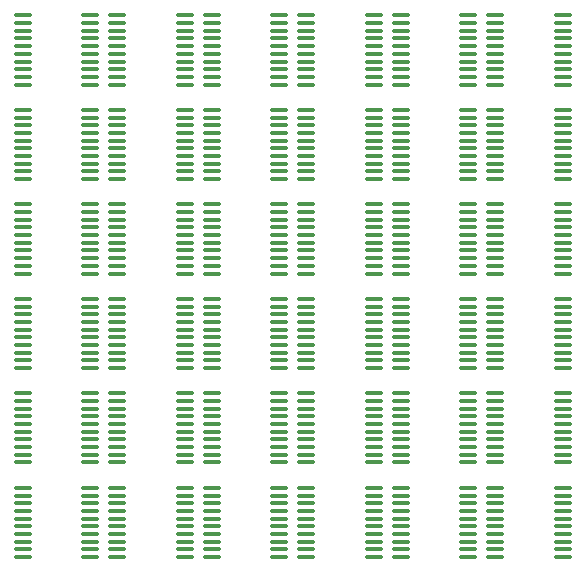
<source format=gbr>
%TF.GenerationSoftware,KiCad,Pcbnew,6.99.0-76368af7*%
%TF.CreationDate,2022-01-10T14:25:00+01:00*%
%TF.ProjectId,hc245t_bypass_esd-panel,68633234-3574-45f6-9279-706173735f65,rev?*%
%TF.SameCoordinates,Original*%
%TF.FileFunction,Soldermask,Bot*%
%TF.FilePolarity,Negative*%
%FSLAX46Y46*%
G04 Gerber Fmt 4.6, Leading zero omitted, Abs format (unit mm)*
G04 Created by KiCad (PCBNEW 6.99.0-76368af7) date 2022-01-10 14:25:00*
%MOMM*%
%LPD*%
G01*
G04 APERTURE LIST*
G04 Aperture macros list*
%AMRoundRect*
0 Rectangle with rounded corners*
0 $1 Rounding radius*
0 $2 $3 $4 $5 $6 $7 $8 $9 X,Y pos of 4 corners*
0 Add a 4 corners polygon primitive as box body*
4,1,4,$2,$3,$4,$5,$6,$7,$8,$9,$2,$3,0*
0 Add four circle primitives for the rounded corners*
1,1,$1+$1,$2,$3*
1,1,$1+$1,$4,$5*
1,1,$1+$1,$6,$7*
1,1,$1+$1,$8,$9*
0 Add four rect primitives between the rounded corners*
20,1,$1+$1,$2,$3,$4,$5,0*
20,1,$1+$1,$4,$5,$6,$7,0*
20,1,$1+$1,$6,$7,$8,$9,0*
20,1,$1+$1,$8,$9,$2,$3,0*%
G04 Aperture macros list end*
%ADD10RoundRect,0.100000X-0.637500X-0.100000X0.637500X-0.100000X0.637500X0.100000X-0.637500X0.100000X0*%
G04 APERTURE END LIST*
D10*
%TO.C,J1*%
X157137500Y-95075000D03*
X157137500Y-95725000D03*
X157137500Y-96375000D03*
X157137500Y-97025000D03*
X157137500Y-97675000D03*
X157137500Y-98325000D03*
X157137500Y-98975000D03*
X157137500Y-99625000D03*
X157137500Y-100275000D03*
X157137500Y-100925000D03*
X162862500Y-100925000D03*
X162862500Y-100275000D03*
X162862500Y-99625000D03*
X162862500Y-98975000D03*
X162862500Y-98325000D03*
X162862500Y-97675000D03*
X162862500Y-97025000D03*
X162862500Y-96375000D03*
X162862500Y-95725000D03*
X162862500Y-95075000D03*
%TD*%
%TO.C,J1*%
X133137500Y-103075000D03*
X133137500Y-103725000D03*
X133137500Y-104375000D03*
X133137500Y-105025000D03*
X133137500Y-105675000D03*
X133137500Y-106325000D03*
X133137500Y-106975000D03*
X133137500Y-107625000D03*
X133137500Y-108275000D03*
X133137500Y-108925000D03*
X138862500Y-108925000D03*
X138862500Y-108275000D03*
X138862500Y-107625000D03*
X138862500Y-106975000D03*
X138862500Y-106325000D03*
X138862500Y-105675000D03*
X138862500Y-105025000D03*
X138862500Y-104375000D03*
X138862500Y-103725000D03*
X138862500Y-103075000D03*
%TD*%
%TO.C,J1*%
X125137500Y-119075000D03*
X125137500Y-119725000D03*
X125137500Y-120375000D03*
X125137500Y-121025000D03*
X125137500Y-121675000D03*
X125137500Y-122325000D03*
X125137500Y-122975000D03*
X125137500Y-123625000D03*
X125137500Y-124275000D03*
X125137500Y-124925000D03*
X130862500Y-124925000D03*
X130862500Y-124275000D03*
X130862500Y-123625000D03*
X130862500Y-122975000D03*
X130862500Y-122325000D03*
X130862500Y-121675000D03*
X130862500Y-121025000D03*
X130862500Y-120375000D03*
X130862500Y-119725000D03*
X130862500Y-119075000D03*
%TD*%
%TO.C,J1*%
X141137500Y-127075000D03*
X141137500Y-127725000D03*
X141137500Y-128375000D03*
X141137500Y-129025000D03*
X141137500Y-129675000D03*
X141137500Y-130325000D03*
X141137500Y-130975000D03*
X141137500Y-131625000D03*
X141137500Y-132275000D03*
X141137500Y-132925000D03*
X146862500Y-132925000D03*
X146862500Y-132275000D03*
X146862500Y-131625000D03*
X146862500Y-130975000D03*
X146862500Y-130325000D03*
X146862500Y-129675000D03*
X146862500Y-129025000D03*
X146862500Y-128375000D03*
X146862500Y-127725000D03*
X146862500Y-127075000D03*
%TD*%
%TO.C,J1*%
X157137500Y-127075000D03*
X157137500Y-127725000D03*
X157137500Y-128375000D03*
X157137500Y-129025000D03*
X157137500Y-129675000D03*
X157137500Y-130325000D03*
X157137500Y-130975000D03*
X157137500Y-131625000D03*
X157137500Y-132275000D03*
X157137500Y-132925000D03*
X162862500Y-132925000D03*
X162862500Y-132275000D03*
X162862500Y-131625000D03*
X162862500Y-130975000D03*
X162862500Y-130325000D03*
X162862500Y-129675000D03*
X162862500Y-129025000D03*
X162862500Y-128375000D03*
X162862500Y-127725000D03*
X162862500Y-127075000D03*
%TD*%
%TO.C,J1*%
X125137500Y-87075000D03*
X125137500Y-87725000D03*
X125137500Y-88375000D03*
X125137500Y-89025000D03*
X125137500Y-89675000D03*
X125137500Y-90325000D03*
X125137500Y-90975000D03*
X125137500Y-91625000D03*
X125137500Y-92275000D03*
X125137500Y-92925000D03*
X130862500Y-92925000D03*
X130862500Y-92275000D03*
X130862500Y-91625000D03*
X130862500Y-90975000D03*
X130862500Y-90325000D03*
X130862500Y-89675000D03*
X130862500Y-89025000D03*
X130862500Y-88375000D03*
X130862500Y-87725000D03*
X130862500Y-87075000D03*
%TD*%
%TO.C,J1*%
X133137500Y-87075000D03*
X133137500Y-87725000D03*
X133137500Y-88375000D03*
X133137500Y-89025000D03*
X133137500Y-89675000D03*
X133137500Y-90325000D03*
X133137500Y-90975000D03*
X133137500Y-91625000D03*
X133137500Y-92275000D03*
X133137500Y-92925000D03*
X138862500Y-92925000D03*
X138862500Y-92275000D03*
X138862500Y-91625000D03*
X138862500Y-90975000D03*
X138862500Y-90325000D03*
X138862500Y-89675000D03*
X138862500Y-89025000D03*
X138862500Y-88375000D03*
X138862500Y-87725000D03*
X138862500Y-87075000D03*
%TD*%
%TO.C,J1*%
X117137500Y-111075000D03*
X117137500Y-111725000D03*
X117137500Y-112375000D03*
X117137500Y-113025000D03*
X117137500Y-113675000D03*
X117137500Y-114325000D03*
X117137500Y-114975000D03*
X117137500Y-115625000D03*
X117137500Y-116275000D03*
X117137500Y-116925000D03*
X122862500Y-116925000D03*
X122862500Y-116275000D03*
X122862500Y-115625000D03*
X122862500Y-114975000D03*
X122862500Y-114325000D03*
X122862500Y-113675000D03*
X122862500Y-113025000D03*
X122862500Y-112375000D03*
X122862500Y-111725000D03*
X122862500Y-111075000D03*
%TD*%
%TO.C,J1*%
X141137500Y-119075000D03*
X141137500Y-119725000D03*
X141137500Y-120375000D03*
X141137500Y-121025000D03*
X141137500Y-121675000D03*
X141137500Y-122325000D03*
X141137500Y-122975000D03*
X141137500Y-123625000D03*
X141137500Y-124275000D03*
X141137500Y-124925000D03*
X146862500Y-124925000D03*
X146862500Y-124275000D03*
X146862500Y-123625000D03*
X146862500Y-122975000D03*
X146862500Y-122325000D03*
X146862500Y-121675000D03*
X146862500Y-121025000D03*
X146862500Y-120375000D03*
X146862500Y-119725000D03*
X146862500Y-119075000D03*
%TD*%
%TO.C,J1*%
X117137500Y-87075000D03*
X117137500Y-87725000D03*
X117137500Y-88375000D03*
X117137500Y-89025000D03*
X117137500Y-89675000D03*
X117137500Y-90325000D03*
X117137500Y-90975000D03*
X117137500Y-91625000D03*
X117137500Y-92275000D03*
X117137500Y-92925000D03*
X122862500Y-92925000D03*
X122862500Y-92275000D03*
X122862500Y-91625000D03*
X122862500Y-90975000D03*
X122862500Y-90325000D03*
X122862500Y-89675000D03*
X122862500Y-89025000D03*
X122862500Y-88375000D03*
X122862500Y-87725000D03*
X122862500Y-87075000D03*
%TD*%
%TO.C,J1*%
X141137500Y-111075000D03*
X141137500Y-111725000D03*
X141137500Y-112375000D03*
X141137500Y-113025000D03*
X141137500Y-113675000D03*
X141137500Y-114325000D03*
X141137500Y-114975000D03*
X141137500Y-115625000D03*
X141137500Y-116275000D03*
X141137500Y-116925000D03*
X146862500Y-116925000D03*
X146862500Y-116275000D03*
X146862500Y-115625000D03*
X146862500Y-114975000D03*
X146862500Y-114325000D03*
X146862500Y-113675000D03*
X146862500Y-113025000D03*
X146862500Y-112375000D03*
X146862500Y-111725000D03*
X146862500Y-111075000D03*
%TD*%
%TO.C,J1*%
X117137500Y-103075000D03*
X117137500Y-103725000D03*
X117137500Y-104375000D03*
X117137500Y-105025000D03*
X117137500Y-105675000D03*
X117137500Y-106325000D03*
X117137500Y-106975000D03*
X117137500Y-107625000D03*
X117137500Y-108275000D03*
X117137500Y-108925000D03*
X122862500Y-108925000D03*
X122862500Y-108275000D03*
X122862500Y-107625000D03*
X122862500Y-106975000D03*
X122862500Y-106325000D03*
X122862500Y-105675000D03*
X122862500Y-105025000D03*
X122862500Y-104375000D03*
X122862500Y-103725000D03*
X122862500Y-103075000D03*
%TD*%
%TO.C,J1*%
X149137500Y-95075000D03*
X149137500Y-95725000D03*
X149137500Y-96375000D03*
X149137500Y-97025000D03*
X149137500Y-97675000D03*
X149137500Y-98325000D03*
X149137500Y-98975000D03*
X149137500Y-99625000D03*
X149137500Y-100275000D03*
X149137500Y-100925000D03*
X154862500Y-100925000D03*
X154862500Y-100275000D03*
X154862500Y-99625000D03*
X154862500Y-98975000D03*
X154862500Y-98325000D03*
X154862500Y-97675000D03*
X154862500Y-97025000D03*
X154862500Y-96375000D03*
X154862500Y-95725000D03*
X154862500Y-95075000D03*
%TD*%
%TO.C,J1*%
X141137500Y-103075000D03*
X141137500Y-103725000D03*
X141137500Y-104375000D03*
X141137500Y-105025000D03*
X141137500Y-105675000D03*
X141137500Y-106325000D03*
X141137500Y-106975000D03*
X141137500Y-107625000D03*
X141137500Y-108275000D03*
X141137500Y-108925000D03*
X146862500Y-108925000D03*
X146862500Y-108275000D03*
X146862500Y-107625000D03*
X146862500Y-106975000D03*
X146862500Y-106325000D03*
X146862500Y-105675000D03*
X146862500Y-105025000D03*
X146862500Y-104375000D03*
X146862500Y-103725000D03*
X146862500Y-103075000D03*
%TD*%
%TO.C,J1*%
X157137500Y-111075000D03*
X157137500Y-111725000D03*
X157137500Y-112375000D03*
X157137500Y-113025000D03*
X157137500Y-113675000D03*
X157137500Y-114325000D03*
X157137500Y-114975000D03*
X157137500Y-115625000D03*
X157137500Y-116275000D03*
X157137500Y-116925000D03*
X162862500Y-116925000D03*
X162862500Y-116275000D03*
X162862500Y-115625000D03*
X162862500Y-114975000D03*
X162862500Y-114325000D03*
X162862500Y-113675000D03*
X162862500Y-113025000D03*
X162862500Y-112375000D03*
X162862500Y-111725000D03*
X162862500Y-111075000D03*
%TD*%
%TO.C,J1*%
X125137500Y-95075000D03*
X125137500Y-95725000D03*
X125137500Y-96375000D03*
X125137500Y-97025000D03*
X125137500Y-97675000D03*
X125137500Y-98325000D03*
X125137500Y-98975000D03*
X125137500Y-99625000D03*
X125137500Y-100275000D03*
X125137500Y-100925000D03*
X130862500Y-100925000D03*
X130862500Y-100275000D03*
X130862500Y-99625000D03*
X130862500Y-98975000D03*
X130862500Y-98325000D03*
X130862500Y-97675000D03*
X130862500Y-97025000D03*
X130862500Y-96375000D03*
X130862500Y-95725000D03*
X130862500Y-95075000D03*
%TD*%
%TO.C,J1*%
X157137500Y-87075000D03*
X157137500Y-87725000D03*
X157137500Y-88375000D03*
X157137500Y-89025000D03*
X157137500Y-89675000D03*
X157137500Y-90325000D03*
X157137500Y-90975000D03*
X157137500Y-91625000D03*
X157137500Y-92275000D03*
X157137500Y-92925000D03*
X162862500Y-92925000D03*
X162862500Y-92275000D03*
X162862500Y-91625000D03*
X162862500Y-90975000D03*
X162862500Y-90325000D03*
X162862500Y-89675000D03*
X162862500Y-89025000D03*
X162862500Y-88375000D03*
X162862500Y-87725000D03*
X162862500Y-87075000D03*
%TD*%
%TO.C,J1*%
X141137500Y-95075000D03*
X141137500Y-95725000D03*
X141137500Y-96375000D03*
X141137500Y-97025000D03*
X141137500Y-97675000D03*
X141137500Y-98325000D03*
X141137500Y-98975000D03*
X141137500Y-99625000D03*
X141137500Y-100275000D03*
X141137500Y-100925000D03*
X146862500Y-100925000D03*
X146862500Y-100275000D03*
X146862500Y-99625000D03*
X146862500Y-98975000D03*
X146862500Y-98325000D03*
X146862500Y-97675000D03*
X146862500Y-97025000D03*
X146862500Y-96375000D03*
X146862500Y-95725000D03*
X146862500Y-95075000D03*
%TD*%
%TO.C,J1*%
X149137500Y-111075000D03*
X149137500Y-111725000D03*
X149137500Y-112375000D03*
X149137500Y-113025000D03*
X149137500Y-113675000D03*
X149137500Y-114325000D03*
X149137500Y-114975000D03*
X149137500Y-115625000D03*
X149137500Y-116275000D03*
X149137500Y-116925000D03*
X154862500Y-116925000D03*
X154862500Y-116275000D03*
X154862500Y-115625000D03*
X154862500Y-114975000D03*
X154862500Y-114325000D03*
X154862500Y-113675000D03*
X154862500Y-113025000D03*
X154862500Y-112375000D03*
X154862500Y-111725000D03*
X154862500Y-111075000D03*
%TD*%
%TO.C,J1*%
X133137500Y-127075000D03*
X133137500Y-127725000D03*
X133137500Y-128375000D03*
X133137500Y-129025000D03*
X133137500Y-129675000D03*
X133137500Y-130325000D03*
X133137500Y-130975000D03*
X133137500Y-131625000D03*
X133137500Y-132275000D03*
X133137500Y-132925000D03*
X138862500Y-132925000D03*
X138862500Y-132275000D03*
X138862500Y-131625000D03*
X138862500Y-130975000D03*
X138862500Y-130325000D03*
X138862500Y-129675000D03*
X138862500Y-129025000D03*
X138862500Y-128375000D03*
X138862500Y-127725000D03*
X138862500Y-127075000D03*
%TD*%
%TO.C,J1*%
X157137500Y-119075000D03*
X157137500Y-119725000D03*
X157137500Y-120375000D03*
X157137500Y-121025000D03*
X157137500Y-121675000D03*
X157137500Y-122325000D03*
X157137500Y-122975000D03*
X157137500Y-123625000D03*
X157137500Y-124275000D03*
X157137500Y-124925000D03*
X162862500Y-124925000D03*
X162862500Y-124275000D03*
X162862500Y-123625000D03*
X162862500Y-122975000D03*
X162862500Y-122325000D03*
X162862500Y-121675000D03*
X162862500Y-121025000D03*
X162862500Y-120375000D03*
X162862500Y-119725000D03*
X162862500Y-119075000D03*
%TD*%
%TO.C,J1*%
X149137500Y-87075000D03*
X149137500Y-87725000D03*
X149137500Y-88375000D03*
X149137500Y-89025000D03*
X149137500Y-89675000D03*
X149137500Y-90325000D03*
X149137500Y-90975000D03*
X149137500Y-91625000D03*
X149137500Y-92275000D03*
X149137500Y-92925000D03*
X154862500Y-92925000D03*
X154862500Y-92275000D03*
X154862500Y-91625000D03*
X154862500Y-90975000D03*
X154862500Y-90325000D03*
X154862500Y-89675000D03*
X154862500Y-89025000D03*
X154862500Y-88375000D03*
X154862500Y-87725000D03*
X154862500Y-87075000D03*
%TD*%
%TO.C,J1*%
X133137500Y-119075000D03*
X133137500Y-119725000D03*
X133137500Y-120375000D03*
X133137500Y-121025000D03*
X133137500Y-121675000D03*
X133137500Y-122325000D03*
X133137500Y-122975000D03*
X133137500Y-123625000D03*
X133137500Y-124275000D03*
X133137500Y-124925000D03*
X138862500Y-124925000D03*
X138862500Y-124275000D03*
X138862500Y-123625000D03*
X138862500Y-122975000D03*
X138862500Y-122325000D03*
X138862500Y-121675000D03*
X138862500Y-121025000D03*
X138862500Y-120375000D03*
X138862500Y-119725000D03*
X138862500Y-119075000D03*
%TD*%
%TO.C,J1*%
X117137500Y-119075000D03*
X117137500Y-119725000D03*
X117137500Y-120375000D03*
X117137500Y-121025000D03*
X117137500Y-121675000D03*
X117137500Y-122325000D03*
X117137500Y-122975000D03*
X117137500Y-123625000D03*
X117137500Y-124275000D03*
X117137500Y-124925000D03*
X122862500Y-124925000D03*
X122862500Y-124275000D03*
X122862500Y-123625000D03*
X122862500Y-122975000D03*
X122862500Y-122325000D03*
X122862500Y-121675000D03*
X122862500Y-121025000D03*
X122862500Y-120375000D03*
X122862500Y-119725000D03*
X122862500Y-119075000D03*
%TD*%
%TO.C,J1*%
X149137500Y-119075000D03*
X149137500Y-119725000D03*
X149137500Y-120375000D03*
X149137500Y-121025000D03*
X149137500Y-121675000D03*
X149137500Y-122325000D03*
X149137500Y-122975000D03*
X149137500Y-123625000D03*
X149137500Y-124275000D03*
X149137500Y-124925000D03*
X154862500Y-124925000D03*
X154862500Y-124275000D03*
X154862500Y-123625000D03*
X154862500Y-122975000D03*
X154862500Y-122325000D03*
X154862500Y-121675000D03*
X154862500Y-121025000D03*
X154862500Y-120375000D03*
X154862500Y-119725000D03*
X154862500Y-119075000D03*
%TD*%
%TO.C,J1*%
X133137500Y-111075000D03*
X133137500Y-111725000D03*
X133137500Y-112375000D03*
X133137500Y-113025000D03*
X133137500Y-113675000D03*
X133137500Y-114325000D03*
X133137500Y-114975000D03*
X133137500Y-115625000D03*
X133137500Y-116275000D03*
X133137500Y-116925000D03*
X138862500Y-116925000D03*
X138862500Y-116275000D03*
X138862500Y-115625000D03*
X138862500Y-114975000D03*
X138862500Y-114325000D03*
X138862500Y-113675000D03*
X138862500Y-113025000D03*
X138862500Y-112375000D03*
X138862500Y-111725000D03*
X138862500Y-111075000D03*
%TD*%
%TO.C,J1*%
X141137500Y-87075000D03*
X141137500Y-87725000D03*
X141137500Y-88375000D03*
X141137500Y-89025000D03*
X141137500Y-89675000D03*
X141137500Y-90325000D03*
X141137500Y-90975000D03*
X141137500Y-91625000D03*
X141137500Y-92275000D03*
X141137500Y-92925000D03*
X146862500Y-92925000D03*
X146862500Y-92275000D03*
X146862500Y-91625000D03*
X146862500Y-90975000D03*
X146862500Y-90325000D03*
X146862500Y-89675000D03*
X146862500Y-89025000D03*
X146862500Y-88375000D03*
X146862500Y-87725000D03*
X146862500Y-87075000D03*
%TD*%
%TO.C,J1*%
X125137500Y-111075000D03*
X125137500Y-111725000D03*
X125137500Y-112375000D03*
X125137500Y-113025000D03*
X125137500Y-113675000D03*
X125137500Y-114325000D03*
X125137500Y-114975000D03*
X125137500Y-115625000D03*
X125137500Y-116275000D03*
X125137500Y-116925000D03*
X130862500Y-116925000D03*
X130862500Y-116275000D03*
X130862500Y-115625000D03*
X130862500Y-114975000D03*
X130862500Y-114325000D03*
X130862500Y-113675000D03*
X130862500Y-113025000D03*
X130862500Y-112375000D03*
X130862500Y-111725000D03*
X130862500Y-111075000D03*
%TD*%
%TO.C,J1*%
X117137500Y-95075000D03*
X117137500Y-95725000D03*
X117137500Y-96375000D03*
X117137500Y-97025000D03*
X117137500Y-97675000D03*
X117137500Y-98325000D03*
X117137500Y-98975000D03*
X117137500Y-99625000D03*
X117137500Y-100275000D03*
X117137500Y-100925000D03*
X122862500Y-100925000D03*
X122862500Y-100275000D03*
X122862500Y-99625000D03*
X122862500Y-98975000D03*
X122862500Y-98325000D03*
X122862500Y-97675000D03*
X122862500Y-97025000D03*
X122862500Y-96375000D03*
X122862500Y-95725000D03*
X122862500Y-95075000D03*
%TD*%
%TO.C,J1*%
X117137500Y-127075000D03*
X117137500Y-127725000D03*
X117137500Y-128375000D03*
X117137500Y-129025000D03*
X117137500Y-129675000D03*
X117137500Y-130325000D03*
X117137500Y-130975000D03*
X117137500Y-131625000D03*
X117137500Y-132275000D03*
X117137500Y-132925000D03*
X122862500Y-132925000D03*
X122862500Y-132275000D03*
X122862500Y-131625000D03*
X122862500Y-130975000D03*
X122862500Y-130325000D03*
X122862500Y-129675000D03*
X122862500Y-129025000D03*
X122862500Y-128375000D03*
X122862500Y-127725000D03*
X122862500Y-127075000D03*
%TD*%
%TO.C,J1*%
X133137500Y-95075000D03*
X133137500Y-95725000D03*
X133137500Y-96375000D03*
X133137500Y-97025000D03*
X133137500Y-97675000D03*
X133137500Y-98325000D03*
X133137500Y-98975000D03*
X133137500Y-99625000D03*
X133137500Y-100275000D03*
X133137500Y-100925000D03*
X138862500Y-100925000D03*
X138862500Y-100275000D03*
X138862500Y-99625000D03*
X138862500Y-98975000D03*
X138862500Y-98325000D03*
X138862500Y-97675000D03*
X138862500Y-97025000D03*
X138862500Y-96375000D03*
X138862500Y-95725000D03*
X138862500Y-95075000D03*
%TD*%
%TO.C,J1*%
X157137500Y-103075000D03*
X157137500Y-103725000D03*
X157137500Y-104375000D03*
X157137500Y-105025000D03*
X157137500Y-105675000D03*
X157137500Y-106325000D03*
X157137500Y-106975000D03*
X157137500Y-107625000D03*
X157137500Y-108275000D03*
X157137500Y-108925000D03*
X162862500Y-108925000D03*
X162862500Y-108275000D03*
X162862500Y-107625000D03*
X162862500Y-106975000D03*
X162862500Y-106325000D03*
X162862500Y-105675000D03*
X162862500Y-105025000D03*
X162862500Y-104375000D03*
X162862500Y-103725000D03*
X162862500Y-103075000D03*
%TD*%
%TO.C,J1*%
X125137500Y-127075000D03*
X125137500Y-127725000D03*
X125137500Y-128375000D03*
X125137500Y-129025000D03*
X125137500Y-129675000D03*
X125137500Y-130325000D03*
X125137500Y-130975000D03*
X125137500Y-131625000D03*
X125137500Y-132275000D03*
X125137500Y-132925000D03*
X130862500Y-132925000D03*
X130862500Y-132275000D03*
X130862500Y-131625000D03*
X130862500Y-130975000D03*
X130862500Y-130325000D03*
X130862500Y-129675000D03*
X130862500Y-129025000D03*
X130862500Y-128375000D03*
X130862500Y-127725000D03*
X130862500Y-127075000D03*
%TD*%
%TO.C,J1*%
X149137500Y-103075000D03*
X149137500Y-103725000D03*
X149137500Y-104375000D03*
X149137500Y-105025000D03*
X149137500Y-105675000D03*
X149137500Y-106325000D03*
X149137500Y-106975000D03*
X149137500Y-107625000D03*
X149137500Y-108275000D03*
X149137500Y-108925000D03*
X154862500Y-108925000D03*
X154862500Y-108275000D03*
X154862500Y-107625000D03*
X154862500Y-106975000D03*
X154862500Y-106325000D03*
X154862500Y-105675000D03*
X154862500Y-105025000D03*
X154862500Y-104375000D03*
X154862500Y-103725000D03*
X154862500Y-103075000D03*
%TD*%
%TO.C,J1*%
X149137500Y-127075000D03*
X149137500Y-127725000D03*
X149137500Y-128375000D03*
X149137500Y-129025000D03*
X149137500Y-129675000D03*
X149137500Y-130325000D03*
X149137500Y-130975000D03*
X149137500Y-131625000D03*
X149137500Y-132275000D03*
X149137500Y-132925000D03*
X154862500Y-132925000D03*
X154862500Y-132275000D03*
X154862500Y-131625000D03*
X154862500Y-130975000D03*
X154862500Y-130325000D03*
X154862500Y-129675000D03*
X154862500Y-129025000D03*
X154862500Y-128375000D03*
X154862500Y-127725000D03*
X154862500Y-127075000D03*
%TD*%
%TO.C,J1*%
X125137500Y-103075000D03*
X125137500Y-103725000D03*
X125137500Y-104375000D03*
X125137500Y-105025000D03*
X125137500Y-105675000D03*
X125137500Y-106325000D03*
X125137500Y-106975000D03*
X125137500Y-107625000D03*
X125137500Y-108275000D03*
X125137500Y-108925000D03*
X130862500Y-108925000D03*
X130862500Y-108275000D03*
X130862500Y-107625000D03*
X130862500Y-106975000D03*
X130862500Y-106325000D03*
X130862500Y-105675000D03*
X130862500Y-105025000D03*
X130862500Y-104375000D03*
X130862500Y-103725000D03*
X130862500Y-103075000D03*
%TD*%
M02*

</source>
